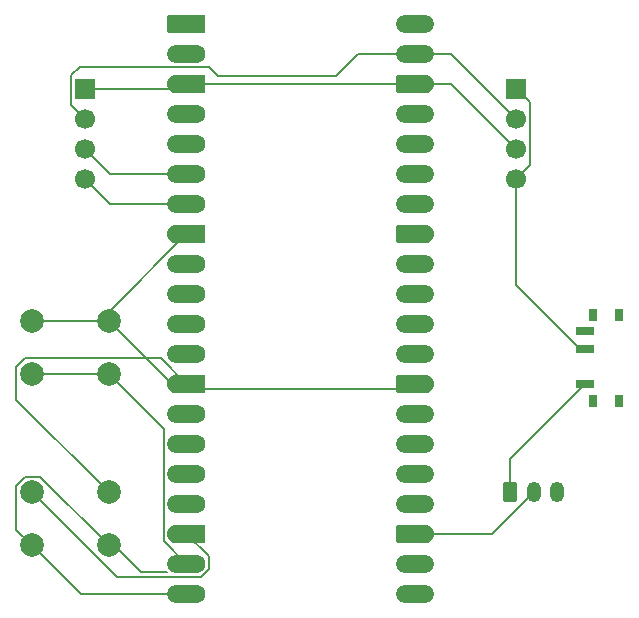
<source format=gbr>
%TF.GenerationSoftware,KiCad,Pcbnew,9.0.6*%
%TF.CreationDate,2025-12-13T20:02:26-06:00*%
%TF.ProjectId,turn-taker,7475726e-2d74-4616-9b65-722e6b696361,rev?*%
%TF.SameCoordinates,Original*%
%TF.FileFunction,Copper,L1,Top*%
%TF.FilePolarity,Positive*%
%FSLAX46Y46*%
G04 Gerber Fmt 4.6, Leading zero omitted, Abs format (unit mm)*
G04 Created by KiCad (PCBNEW 9.0.6) date 2025-12-13 20:02:26*
%MOMM*%
%LPD*%
G01*
G04 APERTURE LIST*
G04 Aperture macros list*
%AMRoundRect*
0 Rectangle with rounded corners*
0 $1 Rounding radius*
0 $2 $3 $4 $5 $6 $7 $8 $9 X,Y pos of 4 corners*
0 Add a 4 corners polygon primitive as box body*
4,1,4,$2,$3,$4,$5,$6,$7,$8,$9,$2,$3,0*
0 Add four circle primitives for the rounded corners*
1,1,$1+$1,$2,$3*
1,1,$1+$1,$4,$5*
1,1,$1+$1,$6,$7*
1,1,$1+$1,$8,$9*
0 Add four rect primitives between the rounded corners*
20,1,$1+$1,$2,$3,$4,$5,0*
20,1,$1+$1,$4,$5,$6,$7,0*
20,1,$1+$1,$6,$7,$8,$9,0*
20,1,$1+$1,$8,$9,$2,$3,0*%
%AMFreePoly0*
4,1,37,0.800000,0.796148,0.878414,0.796148,1.032228,0.765552,1.177117,0.705537,1.307515,0.618408,1.418408,0.507515,1.505537,0.377117,1.565552,0.232228,1.596148,0.078414,1.596148,-0.078414,1.565552,-0.232228,1.505537,-0.377117,1.418408,-0.507515,1.307515,-0.618408,1.177117,-0.705537,1.032228,-0.765552,0.878414,-0.796148,0.800000,-0.796148,0.800000,-0.800000,-1.400000,-0.800000,
-1.403843,-0.796157,-1.439018,-0.796157,-1.511114,-0.766294,-1.566294,-0.711114,-1.596157,-0.639018,-1.596157,-0.603843,-1.600000,-0.600000,-1.600000,0.600000,-1.596157,0.603843,-1.596157,0.639018,-1.566294,0.711114,-1.511114,0.766294,-1.439018,0.796157,-1.403843,0.796157,-1.400000,0.800000,0.800000,0.800000,0.800000,0.796148,0.800000,0.796148,$1*%
%AMFreePoly1*
4,1,37,1.403843,0.796157,1.439018,0.796157,1.511114,0.766294,1.566294,0.711114,1.596157,0.639018,1.596157,0.603843,1.600000,0.600000,1.600000,-0.600000,1.596157,-0.603843,1.596157,-0.639018,1.566294,-0.711114,1.511114,-0.766294,1.439018,-0.796157,1.403843,-0.796157,1.400000,-0.800000,-0.800000,-0.800000,-0.800000,-0.796148,-0.878414,-0.796148,-1.032228,-0.765552,-1.177117,-0.705537,
-1.307515,-0.618408,-1.418408,-0.507515,-1.505537,-0.377117,-1.565552,-0.232228,-1.596148,-0.078414,-1.596148,0.078414,-1.565552,0.232228,-1.505537,0.377117,-1.418408,0.507515,-1.307515,0.618408,-1.177117,0.705537,-1.032228,0.765552,-0.878414,0.796148,-0.800000,0.796148,-0.800000,0.800000,1.400000,0.800000,1.403843,0.796157,1.403843,0.796157,$1*%
%AMFreePoly2*
4,1,37,0.603843,0.796157,0.639018,0.796157,0.711114,0.766294,0.766294,0.711114,0.796157,0.639018,0.796157,0.603843,0.800000,0.600000,0.800000,-0.600000,0.796157,-0.603843,0.796157,-0.639018,0.766294,-0.711114,0.711114,-0.766294,0.639018,-0.796157,0.603843,-0.796157,0.600000,-0.800000,0.000000,-0.800000,0.000000,-0.796148,-0.078414,-0.796148,-0.232228,-0.765552,-0.377117,-0.705537,
-0.507515,-0.618408,-0.618408,-0.507515,-0.705537,-0.377117,-0.765552,-0.232228,-0.796148,-0.078414,-0.796148,0.078414,-0.765552,0.232228,-0.705537,0.377117,-0.618408,0.507515,-0.507515,0.618408,-0.377117,0.705537,-0.232228,0.765552,-0.078414,0.796148,0.000000,0.796148,0.000000,0.800000,0.600000,0.800000,0.603843,0.796157,0.603843,0.796157,$1*%
%AMFreePoly3*
4,1,37,0.000000,0.796148,0.078414,0.796148,0.232228,0.765552,0.377117,0.705537,0.507515,0.618408,0.618408,0.507515,0.705537,0.377117,0.765552,0.232228,0.796148,0.078414,0.796148,-0.078414,0.765552,-0.232228,0.705537,-0.377117,0.618408,-0.507515,0.507515,-0.618408,0.377117,-0.705537,0.232228,-0.765552,0.078414,-0.796148,0.000000,-0.796148,0.000000,-0.800000,-0.600000,-0.800000,
-0.603843,-0.796157,-0.639018,-0.796157,-0.711114,-0.766294,-0.766294,-0.711114,-0.796157,-0.639018,-0.796157,-0.603843,-0.800000,-0.600000,-0.800000,0.600000,-0.796157,0.603843,-0.796157,0.639018,-0.766294,0.711114,-0.711114,0.766294,-0.639018,0.796157,-0.603843,0.796157,-0.600000,0.800000,0.000000,0.800000,0.000000,0.796148,0.000000,0.796148,$1*%
G04 Aperture macros list end*
%TA.AperFunction,SMDPad,CuDef*%
%ADD10FreePoly0,0.000000*%
%TD*%
%TA.AperFunction,ComponentPad*%
%ADD11RoundRect,0.200000X-0.600000X-0.600000X0.600000X-0.600000X0.600000X0.600000X-0.600000X0.600000X0*%
%TD*%
%TA.AperFunction,SMDPad,CuDef*%
%ADD12RoundRect,0.800000X-0.800000X-0.000010X0.800000X-0.000010X0.800000X0.000010X-0.800000X0.000010X0*%
%TD*%
%TA.AperFunction,ComponentPad*%
%ADD13C,1.600000*%
%TD*%
%TA.AperFunction,SMDPad,CuDef*%
%ADD14FreePoly1,0.000000*%
%TD*%
%TA.AperFunction,ComponentPad*%
%ADD15FreePoly2,0.000000*%
%TD*%
%TA.AperFunction,ComponentPad*%
%ADD16FreePoly3,0.000000*%
%TD*%
%TA.AperFunction,ComponentPad*%
%ADD17R,1.700000X1.700000*%
%TD*%
%TA.AperFunction,ComponentPad*%
%ADD18C,1.700000*%
%TD*%
%TA.AperFunction,SMDPad,CuDef*%
%ADD19R,0.800000X1.000000*%
%TD*%
%TA.AperFunction,SMDPad,CuDef*%
%ADD20R,1.500000X0.700000*%
%TD*%
%TA.AperFunction,ComponentPad*%
%ADD21C,2.000000*%
%TD*%
%TA.AperFunction,ComponentPad*%
%ADD22RoundRect,0.250000X-0.350000X-0.625000X0.350000X-0.625000X0.350000X0.625000X-0.350000X0.625000X0*%
%TD*%
%TA.AperFunction,ComponentPad*%
%ADD23O,1.200000X1.750000*%
%TD*%
%TA.AperFunction,Conductor*%
%ADD24C,0.200000*%
%TD*%
G04 APERTURE END LIST*
D10*
%TO.P,A1,1,GPIO0*%
%TO.N,unconnected-(A1-GPIO0-Pad1)_1*%
X171585000Y-58870000D03*
D11*
%TO.N,unconnected-(A1-GPIO0-Pad1)*%
X172385000Y-58870000D03*
D12*
%TO.P,A1,2,GPIO1*%
%TO.N,unconnected-(A1-GPIO1-Pad2)_1*%
X171585000Y-61410000D03*
D13*
%TO.N,unconnected-(A1-GPIO1-Pad2)*%
X172385000Y-61410000D03*
D14*
%TO.P,A1,3,GND*%
%TO.N,GND*%
X171585000Y-63950000D03*
D15*
X172385000Y-63950000D03*
D12*
%TO.P,A1,4,GPIO2*%
%TO.N,unconnected-(A1-GPIO2-Pad4)*%
X171585000Y-66490000D03*
D13*
%TO.N,unconnected-(A1-GPIO2-Pad4)_1*%
X172385000Y-66490000D03*
D12*
%TO.P,A1,5,GPIO3*%
%TO.N,unconnected-(A1-GPIO3-Pad5)*%
X171585000Y-69030000D03*
D13*
%TO.N,unconnected-(A1-GPIO3-Pad5)_1*%
X172385000Y-69030000D03*
D12*
%TO.P,A1,6,GPIO4*%
%TO.N,Net-(A1-GPIO4)*%
X171585000Y-71570000D03*
D13*
X172385000Y-71570000D03*
D12*
%TO.P,A1,7,GPIO5*%
%TO.N,Net-(A1-GPIO5)*%
X171585000Y-74110000D03*
D13*
X172385000Y-74110000D03*
D14*
%TO.P,A1,8,GND*%
%TO.N,GND*%
X171585000Y-76650000D03*
D15*
X172385000Y-76650000D03*
D12*
%TO.P,A1,9,GPIO6*%
%TO.N,unconnected-(A1-GPIO6-Pad9)_1*%
X171585000Y-79190000D03*
D13*
%TO.N,unconnected-(A1-GPIO6-Pad9)*%
X172385000Y-79190000D03*
D12*
%TO.P,A1,10,GPIO7*%
%TO.N,unconnected-(A1-GPIO7-Pad10)*%
X171585000Y-81730000D03*
D13*
%TO.N,unconnected-(A1-GPIO7-Pad10)_1*%
X172385000Y-81730000D03*
D12*
%TO.P,A1,11,GPIO8*%
%TO.N,unconnected-(A1-GPIO8-Pad11)*%
X171585000Y-84270000D03*
D13*
%TO.N,unconnected-(A1-GPIO8-Pad11)_1*%
X172385000Y-84270000D03*
D12*
%TO.P,A1,12,GPIO9*%
%TO.N,unconnected-(A1-GPIO9-Pad12)_1*%
X171585000Y-86810000D03*
D13*
%TO.N,unconnected-(A1-GPIO9-Pad12)*%
X172385000Y-86810000D03*
D14*
%TO.P,A1,13,GND*%
%TO.N,GND*%
X171585000Y-89350000D03*
D15*
X172385000Y-89350000D03*
D12*
%TO.P,A1,14,GPIO10*%
%TO.N,unconnected-(A1-GPIO10-Pad14)*%
X171585000Y-91890000D03*
D13*
%TO.N,unconnected-(A1-GPIO10-Pad14)_1*%
X172385000Y-91890000D03*
D12*
%TO.P,A1,15,GPIO11*%
%TO.N,unconnected-(A1-GPIO11-Pad15)*%
X171585000Y-94430000D03*
D13*
%TO.N,unconnected-(A1-GPIO11-Pad15)_1*%
X172385000Y-94430000D03*
D12*
%TO.P,A1,16,GPIO12*%
%TO.N,unconnected-(A1-GPIO12-Pad16)_1*%
X171585000Y-96970000D03*
D13*
%TO.N,unconnected-(A1-GPIO12-Pad16)*%
X172385000Y-96970000D03*
D12*
%TO.P,A1,17,GPIO13*%
%TO.N,unconnected-(A1-GPIO13-Pad17)_1*%
X171585000Y-99510000D03*
D13*
%TO.N,unconnected-(A1-GPIO13-Pad17)*%
X172385000Y-99510000D03*
D14*
%TO.P,A1,18,GND*%
%TO.N,GND*%
X171585000Y-102050000D03*
D15*
X172385000Y-102050000D03*
D12*
%TO.P,A1,19,GPIO14*%
%TO.N,Net-(A1-GPIO14)*%
X171585000Y-104590000D03*
D13*
X172385000Y-104590000D03*
D12*
%TO.P,A1,20,GPIO15*%
%TO.N,Net-(A1-GPIO15)*%
X171585000Y-107130000D03*
D13*
X172385000Y-107130000D03*
%TO.P,A1,21,GPIO16*%
%TO.N,unconnected-(A1-GPIO16-Pad21)_1*%
X190165000Y-107130000D03*
D12*
%TO.N,unconnected-(A1-GPIO16-Pad21)*%
X190965000Y-107130000D03*
D13*
%TO.P,A1,22,GPIO17*%
%TO.N,unconnected-(A1-GPIO17-Pad22)*%
X190165000Y-104590000D03*
D12*
%TO.N,unconnected-(A1-GPIO17-Pad22)_1*%
X190965000Y-104590000D03*
D16*
%TO.P,A1,23,GND*%
%TO.N,GND*%
X190165000Y-102050000D03*
D10*
X190965000Y-102050000D03*
D13*
%TO.P,A1,24,GPIO18*%
%TO.N,unconnected-(A1-GPIO18-Pad24)*%
X190165000Y-99510000D03*
D12*
%TO.N,unconnected-(A1-GPIO18-Pad24)_1*%
X190965000Y-99510000D03*
D13*
%TO.P,A1,25,GPIO19*%
%TO.N,unconnected-(A1-GPIO19-Pad25)_1*%
X190165000Y-96970000D03*
D12*
%TO.N,unconnected-(A1-GPIO19-Pad25)*%
X190965000Y-96970000D03*
D13*
%TO.P,A1,26,GPIO20*%
%TO.N,unconnected-(A1-GPIO20-Pad26)*%
X190165000Y-94430000D03*
D12*
%TO.N,unconnected-(A1-GPIO20-Pad26)_1*%
X190965000Y-94430000D03*
D13*
%TO.P,A1,27,GPIO21*%
%TO.N,unconnected-(A1-GPIO21-Pad27)*%
X190165000Y-91890000D03*
D12*
%TO.N,unconnected-(A1-GPIO21-Pad27)_1*%
X190965000Y-91890000D03*
D16*
%TO.P,A1,28,GND*%
%TO.N,GND*%
X190165000Y-89350000D03*
D10*
X190965000Y-89350000D03*
D13*
%TO.P,A1,29,GPIO22*%
%TO.N,unconnected-(A1-GPIO22-Pad29)*%
X190165000Y-86810000D03*
D12*
%TO.N,unconnected-(A1-GPIO22-Pad29)_1*%
X190965000Y-86810000D03*
D13*
%TO.P,A1,30,RUN*%
%TO.N,unconnected-(A1-RUN-Pad30)*%
X190165000Y-84270000D03*
D12*
%TO.N,unconnected-(A1-RUN-Pad30)_1*%
X190965000Y-84270000D03*
D13*
%TO.P,A1,31,GPIO26_ADC0*%
%TO.N,unconnected-(A1-GPIO26_ADC0-Pad31)*%
X190165000Y-81730000D03*
D12*
%TO.N,unconnected-(A1-GPIO26_ADC0-Pad31)_1*%
X190965000Y-81730000D03*
D13*
%TO.P,A1,32,GPIO27_ADC1*%
%TO.N,unconnected-(A1-GPIO27_ADC1-Pad32)_1*%
X190165000Y-79190000D03*
D12*
%TO.N,unconnected-(A1-GPIO27_ADC1-Pad32)*%
X190965000Y-79190000D03*
D16*
%TO.P,A1,33,AGND*%
%TO.N,unconnected-(A1-AGND-Pad33)*%
X190165000Y-76650000D03*
D10*
%TO.N,unconnected-(A1-AGND-Pad33)_1*%
X190965000Y-76650000D03*
D13*
%TO.P,A1,34,GPIO28_ADC2*%
%TO.N,unconnected-(A1-GPIO28_ADC2-Pad34)_1*%
X190165000Y-74110000D03*
D12*
%TO.N,unconnected-(A1-GPIO28_ADC2-Pad34)*%
X190965000Y-74110000D03*
D13*
%TO.P,A1,35,ADC_VREF*%
%TO.N,unconnected-(A1-ADC_VREF-Pad35)_1*%
X190165000Y-71570000D03*
D12*
%TO.N,unconnected-(A1-ADC_VREF-Pad35)*%
X190965000Y-71570000D03*
D13*
%TO.P,A1,36,3V3*%
%TO.N,unconnected-(A1-3V3-Pad36)_1*%
X190165000Y-69030000D03*
D12*
%TO.N,unconnected-(A1-3V3-Pad36)*%
X190965000Y-69030000D03*
D13*
%TO.P,A1,37,3V3_EN*%
%TO.N,unconnected-(A1-3V3_EN-Pad37)*%
X190165000Y-66490000D03*
D12*
%TO.N,unconnected-(A1-3V3_EN-Pad37)_1*%
X190965000Y-66490000D03*
D16*
%TO.P,A1,38,GND*%
%TO.N,GND*%
X190165000Y-63950000D03*
D10*
X190965000Y-63950000D03*
D13*
%TO.P,A1,39,VSYS*%
%TO.N,+5V*%
X190165000Y-61410000D03*
D12*
X190965000Y-61410000D03*
D13*
%TO.P,A1,40,VBUS*%
%TO.N,unconnected-(A1-VBUS-Pad40)*%
X190165000Y-58870000D03*
D12*
%TO.N,unconnected-(A1-VBUS-Pad40)_1*%
X190965000Y-58870000D03*
%TD*%
D17*
%TO.P,J2,1,Pin_1*%
%TO.N,Net-(J2-Pin_1)*%
X199500000Y-64380000D03*
D18*
%TO.P,J2,2,Pin_2*%
%TO.N,+5V*%
X199500000Y-66920000D03*
%TO.P,J2,3,Pin_3*%
%TO.N,GND*%
X199500000Y-69460000D03*
%TO.P,J2,4,Pin_4*%
%TO.N,Net-(J2-Pin_1)*%
X199500000Y-72000000D03*
%TD*%
D17*
%TO.P,J1,1,Pin_1*%
%TO.N,GND*%
X163000000Y-64380000D03*
D18*
%TO.P,J1,2,Pin_2*%
%TO.N,+5V*%
X163000000Y-66920000D03*
%TO.P,J1,3,Pin_3*%
%TO.N,Net-(A1-GPIO4)*%
X163000000Y-69460000D03*
%TO.P,J1,4,Pin_4*%
%TO.N,Net-(A1-GPIO5)*%
X163000000Y-72000000D03*
%TD*%
D19*
%TO.P,SW3,*%
%TO.N,*%
X206000000Y-90800000D03*
X208210000Y-90800000D03*
X206000000Y-83500000D03*
X208210000Y-83500000D03*
D20*
%TO.P,SW3,1,A*%
%TO.N,BAT+*%
X205350000Y-89400000D03*
%TO.P,SW3,2,B*%
%TO.N,Net-(J2-Pin_1)*%
X205350000Y-86400000D03*
%TO.P,SW3,3*%
%TO.N,N/C*%
X205350000Y-84900000D03*
%TD*%
D21*
%TO.P,SW1,1,1*%
%TO.N,GND*%
X158500000Y-84000000D03*
X165000000Y-84000000D03*
%TO.P,SW1,2,2*%
%TO.N,Net-(A1-GPIO14)*%
X158500000Y-88500000D03*
X165000000Y-88500000D03*
%TD*%
D22*
%TO.P,Bat_In1,1,Pin_1*%
%TO.N,BAT+*%
X199000000Y-98500000D03*
D23*
%TO.P,Bat_In1,2,Pin_2*%
%TO.N,GND*%
X201000000Y-98500000D03*
%TO.P,Bat_In1,3*%
%TO.N,N/C*%
X203000000Y-98500000D03*
%TD*%
D21*
%TO.P,SW2,1,1*%
%TO.N,GND*%
X158500000Y-98500000D03*
X165000000Y-98500000D03*
%TO.P,SW2,2,2*%
%TO.N,Net-(A1-GPIO15)*%
X158500000Y-103000000D03*
X165000000Y-103000000D03*
%TD*%
D24*
%TO.N,Net-(A1-GPIO15)*%
X171585000Y-107130000D02*
X162630000Y-107130000D01*
X162630000Y-107130000D02*
X158500000Y-103000000D01*
X165000000Y-103000000D02*
X165500000Y-103000000D01*
X165500000Y-103000000D02*
X167790000Y-105290000D01*
X167790000Y-105290000D02*
X169927950Y-105290000D01*
X165000000Y-103000000D02*
X159199000Y-97199000D01*
X159199000Y-97199000D02*
X157961108Y-97199000D01*
X157961108Y-97199000D02*
X157199000Y-97961108D01*
X157199000Y-97961108D02*
X157199000Y-101699000D01*
X157199000Y-101699000D02*
X158500000Y-103000000D01*
%TO.N,GND*%
X158500000Y-98500000D02*
X165691000Y-105691000D01*
X165691000Y-105691000D02*
X172841050Y-105691000D01*
X172841050Y-105691000D02*
X173486000Y-105046050D01*
X173486000Y-105046050D02*
X173486000Y-103951000D01*
X173486000Y-103951000D02*
X171585000Y-102050000D01*
X165000000Y-98500000D02*
X157199000Y-90699000D01*
X157199000Y-90699000D02*
X157199000Y-87961108D01*
X157199000Y-87961108D02*
X157961108Y-87199000D01*
X157961108Y-87199000D02*
X169429000Y-87199000D01*
X169429000Y-87199000D02*
X171580000Y-89350000D01*
X171580000Y-89350000D02*
X172385000Y-89350000D01*
%TO.N,Net-(A1-GPIO14)*%
X165000000Y-88500000D02*
X169679000Y-93179000D01*
X169679000Y-93179000D02*
X169679000Y-102684000D01*
X169679000Y-102684000D02*
X171585000Y-104590000D01*
X165000000Y-88500000D02*
X158500000Y-88500000D01*
%TO.N,GND*%
X165000000Y-84000000D02*
X165000000Y-83235000D01*
X165000000Y-83235000D02*
X171585000Y-76650000D01*
X165000000Y-84000000D02*
X158500000Y-84000000D01*
X171585000Y-89350000D02*
X170350000Y-89350000D01*
X170350000Y-89350000D02*
X165000000Y-84000000D01*
X190165000Y-89350000D02*
X189722040Y-89792960D01*
X189722040Y-89792960D02*
X172027960Y-89792960D01*
X172027960Y-89792960D02*
X171585000Y-89350000D01*
X201000000Y-98500000D02*
X197450000Y-102050000D01*
X197450000Y-102050000D02*
X190165000Y-102050000D01*
%TO.N,BAT+*%
X205350000Y-89400000D02*
X199000000Y-95750000D01*
X199000000Y-95750000D02*
X199000000Y-98500000D01*
%TO.N,Net-(J2-Pin_1)*%
X199500000Y-72000000D02*
X199500000Y-80950000D01*
X199500000Y-80950000D02*
X204950000Y-86400000D01*
X204950000Y-86400000D02*
X205350000Y-86400000D01*
X199500000Y-64380000D02*
X200651000Y-65531000D01*
X200651000Y-65531000D02*
X200651000Y-70849000D01*
X200651000Y-70849000D02*
X199500000Y-72000000D01*
%TO.N,Net-(A1-GPIO5)*%
X163000000Y-72000000D02*
X165110000Y-74110000D01*
X165110000Y-74110000D02*
X171585000Y-74110000D01*
%TO.N,Net-(A1-GPIO4)*%
X163000000Y-69460000D02*
X165110000Y-71570000D01*
X165110000Y-71570000D02*
X172385000Y-71570000D01*
%TO.N,+5V*%
X190965000Y-61410000D02*
X186124537Y-61410000D01*
X186124537Y-61410000D02*
X184228537Y-63306000D01*
X184228537Y-63306000D02*
X174306000Y-63306000D01*
X174306000Y-63306000D02*
X173511000Y-62511000D01*
X173511000Y-62511000D02*
X162567000Y-62511000D01*
X162567000Y-62511000D02*
X161849000Y-63229000D01*
X161849000Y-63229000D02*
X161849000Y-65769000D01*
X161849000Y-65769000D02*
X163000000Y-66920000D01*
X199500000Y-66920000D02*
X193990000Y-61410000D01*
X193990000Y-61410000D02*
X190965000Y-61410000D01*
%TO.N,GND*%
X190965000Y-63950000D02*
X193990000Y-63950000D01*
X193990000Y-63950000D02*
X199500000Y-69460000D01*
X172385000Y-63950000D02*
X190165000Y-63950000D01*
X163000000Y-64380000D02*
X171155000Y-64380000D01*
X171155000Y-64380000D02*
X171585000Y-63950000D01*
%TD*%
M02*

</source>
